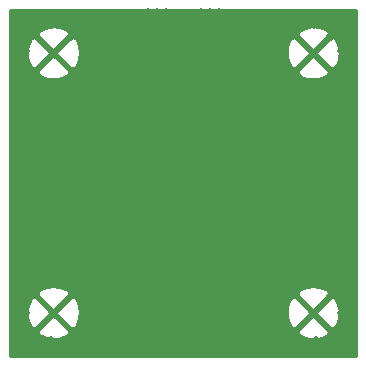
<source format=gbr>
%TF.GenerationSoftware,KiCad,Pcbnew,5.1.7*%
%TF.CreationDate,2020-12-16T02:54:48+00:00*%
%TF.ProjectId,HMC447LC3,484d4334-3437-44c4-9333-2e6b69636164,rev?*%
%TF.SameCoordinates,Original*%
%TF.FileFunction,Copper,L2,Inr*%
%TF.FilePolarity,Positive*%
%FSLAX46Y46*%
G04 Gerber Fmt 4.6, Leading zero omitted, Abs format (unit mm)*
G04 Created by KiCad (PCBNEW 5.1.7) date 2020-12-16 02:54:48*
%MOMM*%
%LPD*%
G01*
G04 APERTURE LIST*
%TA.AperFunction,ViaPad*%
%ADD10C,0.500000*%
%TD*%
%TA.AperFunction,Conductor*%
%ADD11C,0.254000*%
%TD*%
%TA.AperFunction,Conductor*%
%ADD12C,0.100000*%
%TD*%
G04 APERTURE END LIST*
D10*
%TO.N,GND*%
X149550000Y-93050000D03*
X149550000Y-93950000D03*
X150450000Y-93950000D03*
X150000000Y-93500000D03*
X150450000Y-93050000D03*
X152250000Y-84250000D03*
X151600000Y-95450000D03*
X151000000Y-95700000D03*
X150350000Y-95700000D03*
X149700000Y-95700000D03*
X149050000Y-95700000D03*
X135500000Y-95250000D03*
X136250000Y-95250000D03*
X137000000Y-95250000D03*
X137750000Y-95250000D03*
X138500000Y-95250000D03*
X139250000Y-95250000D03*
X140000000Y-95250000D03*
X140750000Y-95250000D03*
X164500000Y-95250000D03*
X163750000Y-95250000D03*
X163000000Y-95250000D03*
X162250000Y-95250000D03*
X161500000Y-95250000D03*
X160750000Y-95250000D03*
X160000000Y-95250000D03*
X159250000Y-95250000D03*
X152600000Y-95950000D03*
X135500000Y-96000000D03*
X135500000Y-96750000D03*
X135500000Y-92150000D03*
X135500000Y-91500000D03*
X135500000Y-90750000D03*
X136250000Y-90750000D03*
X137000000Y-90750000D03*
X136250000Y-92150000D03*
X137000000Y-92150000D03*
X137750000Y-92150000D03*
X138500000Y-92150000D03*
X139250000Y-92150000D03*
X140000000Y-92150000D03*
X140750000Y-92300000D03*
X159250000Y-92250000D03*
X160000000Y-92250000D03*
X160750000Y-92250000D03*
X161500000Y-92250000D03*
X162250000Y-92250000D03*
X163000000Y-92250000D03*
X163750000Y-92250000D03*
X164500000Y-92250000D03*
X164500000Y-91500000D03*
X164500000Y-90750000D03*
X163750000Y-90750000D03*
X163000000Y-90750000D03*
X162250000Y-90750000D03*
X161500000Y-90750000D03*
X160750000Y-90750000D03*
X160000000Y-90750000D03*
X164500000Y-96000000D03*
X164500000Y-96750000D03*
X163750000Y-96750000D03*
X163000000Y-96750000D03*
X162250000Y-96750000D03*
X161500000Y-96750000D03*
X160750000Y-96750000D03*
X160000000Y-96750000D03*
X137750000Y-90750000D03*
X138500000Y-90750000D03*
X139250000Y-90750000D03*
X140000000Y-90750000D03*
X136250000Y-96750000D03*
X137000000Y-96750000D03*
X137750000Y-96750000D03*
X138500000Y-96750000D03*
X139250000Y-96750000D03*
X140000000Y-96750000D03*
X164250000Y-86966537D03*
X164250000Y-85933075D03*
X164250000Y-84899612D03*
X164250000Y-83866150D03*
X164250000Y-82832687D03*
X164250000Y-81799225D03*
X164250000Y-80765763D03*
X164005091Y-79819967D03*
X162984236Y-79750000D03*
X161950774Y-79750000D03*
X160917312Y-79750000D03*
X159883849Y-79750000D03*
X158850387Y-79750000D03*
X157816924Y-79750000D03*
X156783462Y-79750000D03*
X164250000Y-88000000D03*
X155750000Y-79750000D03*
X156821428Y-80750000D03*
X157892857Y-80750000D03*
X158964285Y-80750000D03*
X160035714Y-80750000D03*
X161107142Y-80750000D03*
X162178571Y-80750000D03*
X163250000Y-81785714D03*
X163250000Y-82821428D03*
X163250000Y-83857142D03*
X163250000Y-84892857D03*
X163250000Y-85928571D03*
X163250000Y-86964285D03*
X155750000Y-80750000D03*
X163250000Y-80750000D03*
X163250000Y-88000000D03*
X136750000Y-86964285D03*
X136750000Y-85928571D03*
X136750000Y-84892857D03*
X136750000Y-83857142D03*
X136750000Y-82821428D03*
X136750000Y-81785714D03*
X137821428Y-80750000D03*
X138892857Y-80750000D03*
X139964285Y-80750000D03*
X141035714Y-80750000D03*
X142107142Y-80750000D03*
X143178571Y-80750000D03*
X136750000Y-88000000D03*
X136750000Y-80750000D03*
X144250000Y-80750000D03*
X143216537Y-79750000D03*
X142183075Y-79750000D03*
X141149612Y-79750000D03*
X140116150Y-79750000D03*
X139082687Y-79750000D03*
X138049225Y-79750000D03*
X137015763Y-79750000D03*
X135994908Y-79819967D03*
X135750000Y-80765763D03*
X135750000Y-81799225D03*
X135750000Y-82832687D03*
X135750000Y-83866150D03*
X135750000Y-84899612D03*
X135750000Y-85933075D03*
X135750000Y-86966537D03*
X144250000Y-79750000D03*
X135750000Y-88000000D03*
X135750000Y-100512684D03*
X135750000Y-101525368D03*
X135750000Y-102538053D03*
X135750000Y-103550737D03*
X135750000Y-104563421D03*
X135750000Y-105576106D03*
X135750000Y-106588790D03*
X135750000Y-107601475D03*
X136328760Y-108250000D03*
X137341445Y-108250000D03*
X138354129Y-108250000D03*
X139366814Y-108250000D03*
X140379498Y-108250000D03*
X141392182Y-108250000D03*
X142404867Y-108250000D03*
X143417551Y-108250000D03*
X144430235Y-108250000D03*
X145442920Y-108250000D03*
X146455604Y-108250000D03*
X147468289Y-108250000D03*
X148480973Y-108250000D03*
X149493657Y-108250000D03*
X150506342Y-108250000D03*
X151519026Y-108250000D03*
X152531710Y-108250000D03*
X153544395Y-108250000D03*
X154557079Y-108250000D03*
X155569764Y-108250000D03*
X156582448Y-108250000D03*
X157595132Y-108250000D03*
X158607817Y-108250000D03*
X159620501Y-108250000D03*
X160633185Y-108250000D03*
X161645870Y-108250000D03*
X162658554Y-108250000D03*
X163671239Y-108250000D03*
X164250000Y-107601475D03*
X164250000Y-106588790D03*
X164250000Y-105576106D03*
X164250000Y-104563421D03*
X164250000Y-103550737D03*
X164250000Y-102538053D03*
X164250000Y-101525368D03*
X164250000Y-100512684D03*
X135750000Y-99500000D03*
X164250000Y-99500000D03*
X163250000Y-100607142D03*
X163250000Y-101714285D03*
X163250000Y-102821428D03*
X163250000Y-103928571D03*
X163250000Y-105035714D03*
X163250000Y-106142857D03*
X162230769Y-107250000D03*
X161211538Y-107250000D03*
X160192307Y-107250000D03*
X159173076Y-107250000D03*
X158153846Y-107250000D03*
X157134615Y-107250000D03*
X156115384Y-107250000D03*
X155096153Y-107250000D03*
X154076923Y-107250000D03*
X153057692Y-107250000D03*
X152038461Y-107250000D03*
X151019230Y-107250000D03*
X150000000Y-107250000D03*
X148980769Y-107250000D03*
X147961538Y-107250000D03*
X146942307Y-107250000D03*
X145923076Y-107250000D03*
X144903846Y-107250000D03*
X143884615Y-107250000D03*
X142865384Y-107250000D03*
X141846153Y-107250000D03*
X140826923Y-107250000D03*
X139807692Y-107250000D03*
X138788461Y-107250000D03*
X137769230Y-107250000D03*
X136750000Y-106142857D03*
X136750000Y-105035714D03*
X136750000Y-103928571D03*
X136750000Y-102821428D03*
X136750000Y-101714285D03*
X136750000Y-100607142D03*
X163250000Y-99500000D03*
X163250000Y-107250000D03*
X136750000Y-107250000D03*
X136750000Y-99500000D03*
X144250000Y-81750000D03*
X144250000Y-82750000D03*
X144250000Y-83750000D03*
X144250000Y-84750000D03*
X145250000Y-84750000D03*
X146250000Y-84500000D03*
X147000000Y-84000000D03*
X147000000Y-83250000D03*
X147000000Y-82500000D03*
X147000000Y-81750000D03*
X147000000Y-81000000D03*
X147000000Y-80250000D03*
X147000000Y-79500000D03*
X147750000Y-79500000D03*
X148500000Y-79500000D03*
X148500000Y-80250000D03*
X148500000Y-81000000D03*
X148500000Y-81750000D03*
X148500000Y-82500000D03*
X148500000Y-83250000D03*
X148500000Y-84000000D03*
X147750000Y-84250000D03*
X155750000Y-81750000D03*
X155750000Y-82750000D03*
X155750000Y-83750000D03*
X153000000Y-84000000D03*
X153000000Y-83250000D03*
X153000000Y-82500000D03*
X153000000Y-81750000D03*
X153000000Y-81000000D03*
X153000000Y-80250000D03*
X153000000Y-79500000D03*
X152250000Y-79500000D03*
X151500000Y-79500000D03*
X151500000Y-80250000D03*
X151500000Y-81000000D03*
X151500000Y-81750000D03*
X151500000Y-82500000D03*
X151500000Y-83250000D03*
X151500000Y-84000000D03*
X138404999Y-85654999D03*
X138404999Y-99654999D03*
X139804999Y-87754999D03*
X140504999Y-101054999D03*
X141204999Y-98254999D03*
X141204999Y-103854999D03*
X141904999Y-85654999D03*
X141904999Y-89154999D03*
X142604999Y-82154999D03*
X142604999Y-105954999D03*
X143304999Y-96854999D03*
X143304999Y-100354999D03*
X144004999Y-103154999D03*
X145404999Y-98254999D03*
X145404999Y-105254999D03*
X146104999Y-101054999D03*
X147504999Y-103154999D03*
X148204999Y-98954999D03*
X148204999Y-105954999D03*
X149604999Y-101054999D03*
X150304999Y-103854999D03*
X151004999Y-98254999D03*
X151704999Y-105954999D03*
X152404999Y-100354999D03*
X153104999Y-96854999D03*
X153104999Y-103154999D03*
X154504999Y-98954999D03*
X154504999Y-105254999D03*
X155204999Y-101754999D03*
X156604999Y-96854999D03*
X156604999Y-103854999D03*
X157304999Y-82154999D03*
X157304999Y-99654999D03*
X158004999Y-105954999D03*
X158704999Y-84254999D03*
X158704999Y-101754999D03*
X160104999Y-86354999D03*
X160804999Y-99654999D03*
X144250000Y-87000000D03*
X144000000Y-90500000D03*
X146250000Y-88500000D03*
X158200000Y-89600000D03*
X162000000Y-101800000D03*
X141200000Y-92650000D03*
X141900000Y-92650000D03*
X142600000Y-92700000D03*
X143300000Y-92850000D03*
X144000000Y-92850000D03*
X144700000Y-92850000D03*
X145400000Y-92850000D03*
X146100000Y-92850000D03*
X141200000Y-94850000D03*
X141900000Y-94850000D03*
X142600000Y-94800000D03*
X143300000Y-94650000D03*
X144000000Y-94650000D03*
X144700000Y-94650000D03*
X145400000Y-94650000D03*
X146100000Y-94650000D03*
X146800000Y-94650000D03*
X147500000Y-94650000D03*
X148000000Y-95000000D03*
X158800000Y-92650000D03*
X158100000Y-92650000D03*
X157400000Y-92700000D03*
X156700000Y-92850000D03*
X156000000Y-92850000D03*
X155300000Y-92850000D03*
X154600000Y-92850000D03*
X153875000Y-92850000D03*
X153175000Y-92850000D03*
X152500000Y-92850000D03*
X148450000Y-95450000D03*
X158800000Y-94850000D03*
X158100000Y-94850000D03*
X157400000Y-94800000D03*
X156700000Y-94650000D03*
X156000000Y-94650000D03*
X155300000Y-94650000D03*
X154600000Y-94650000D03*
X153900000Y-94650000D03*
X153200000Y-94650000D03*
X152500000Y-94650000D03*
X152000000Y-95000000D03*
X156400000Y-91800000D03*
X147500000Y-92850000D03*
X146800000Y-92850000D03*
X146000000Y-91750000D03*
X157400000Y-86850000D03*
X162400000Y-87700000D03*
X159200000Y-87800000D03*
X153750000Y-84500000D03*
X155750000Y-84750000D03*
X154750000Y-84750000D03*
X149000000Y-84750000D03*
X148750000Y-85500000D03*
X148750000Y-86250000D03*
X149000000Y-87000000D03*
X149000000Y-87750000D03*
X149000000Y-88500000D03*
X149000000Y-89250000D03*
X149000000Y-90000000D03*
X149000000Y-90750000D03*
X148750000Y-91500000D03*
X148250000Y-92000000D03*
X151250000Y-91500000D03*
X151750000Y-92000000D03*
X151750000Y-91000000D03*
X151750000Y-90250000D03*
X152500000Y-90250000D03*
X152500000Y-89500000D03*
X152500000Y-88750000D03*
X152500000Y-88000000D03*
X153000000Y-87500000D03*
X154000000Y-86750000D03*
X154000000Y-86000000D03*
X154000000Y-85250000D03*
X151000000Y-87500000D03*
X151500000Y-88000000D03*
X152000000Y-87500000D03*
X156250000Y-88500000D03*
X155000000Y-90250000D03*
X154500000Y-87250000D03*
X156000000Y-86000000D03*
X146500000Y-85500000D03*
X148000000Y-90250000D03*
X147000000Y-96850000D03*
X153750000Y-87500000D03*
%TD*%
D11*
%TO.N,GND*%
X164648000Y-108648000D02*
X135352000Y-108648000D01*
X135352000Y-106562845D01*
X137616761Y-106562845D01*
X137784802Y-106888643D01*
X138176607Y-107089426D01*
X138600055Y-107209914D01*
X139038873Y-107245476D01*
X139476197Y-107194746D01*
X139895221Y-107059674D01*
X140215198Y-106888643D01*
X140383239Y-106562845D01*
X159616761Y-106562845D01*
X159784802Y-106888643D01*
X160176607Y-107089426D01*
X160600055Y-107209914D01*
X161038873Y-107245476D01*
X161476197Y-107194746D01*
X161895221Y-107059674D01*
X162215198Y-106888643D01*
X162383239Y-106562845D01*
X161000000Y-105179605D01*
X159616761Y-106562845D01*
X140383239Y-106562845D01*
X139000000Y-105179605D01*
X137616761Y-106562845D01*
X135352000Y-106562845D01*
X135352000Y-105038873D01*
X136754524Y-105038873D01*
X136805254Y-105476197D01*
X136940326Y-105895221D01*
X137111357Y-106215198D01*
X137437155Y-106383239D01*
X138820395Y-105000000D01*
X139179605Y-105000000D01*
X140562845Y-106383239D01*
X140888643Y-106215198D01*
X141089426Y-105823393D01*
X141209914Y-105399945D01*
X141239175Y-105038873D01*
X158754524Y-105038873D01*
X158805254Y-105476197D01*
X158940326Y-105895221D01*
X159111357Y-106215198D01*
X159437155Y-106383239D01*
X160820395Y-105000000D01*
X161179605Y-105000000D01*
X162562845Y-106383239D01*
X162888643Y-106215198D01*
X163089426Y-105823393D01*
X163209914Y-105399945D01*
X163245476Y-104961127D01*
X163194746Y-104523803D01*
X163059674Y-104104779D01*
X162888643Y-103784802D01*
X162562845Y-103616761D01*
X161179605Y-105000000D01*
X160820395Y-105000000D01*
X159437155Y-103616761D01*
X159111357Y-103784802D01*
X158910574Y-104176607D01*
X158790086Y-104600055D01*
X158754524Y-105038873D01*
X141239175Y-105038873D01*
X141245476Y-104961127D01*
X141194746Y-104523803D01*
X141059674Y-104104779D01*
X140888643Y-103784802D01*
X140562845Y-103616761D01*
X139179605Y-105000000D01*
X138820395Y-105000000D01*
X137437155Y-103616761D01*
X137111357Y-103784802D01*
X136910574Y-104176607D01*
X136790086Y-104600055D01*
X136754524Y-105038873D01*
X135352000Y-105038873D01*
X135352000Y-103437155D01*
X137616761Y-103437155D01*
X139000000Y-104820395D01*
X140383239Y-103437155D01*
X159616761Y-103437155D01*
X161000000Y-104820395D01*
X162383239Y-103437155D01*
X162215198Y-103111357D01*
X161823393Y-102910574D01*
X161399945Y-102790086D01*
X160961127Y-102754524D01*
X160523803Y-102805254D01*
X160104779Y-102940326D01*
X159784802Y-103111357D01*
X159616761Y-103437155D01*
X140383239Y-103437155D01*
X140215198Y-103111357D01*
X139823393Y-102910574D01*
X139399945Y-102790086D01*
X138961127Y-102754524D01*
X138523803Y-102805254D01*
X138104779Y-102940326D01*
X137784802Y-103111357D01*
X137616761Y-103437155D01*
X135352000Y-103437155D01*
X135352000Y-84562845D01*
X137616761Y-84562845D01*
X137784802Y-84888643D01*
X138176607Y-85089426D01*
X138600055Y-85209914D01*
X139038873Y-85245476D01*
X139476197Y-85194746D01*
X139895221Y-85059674D01*
X140215198Y-84888643D01*
X140383239Y-84562845D01*
X159616761Y-84562845D01*
X159784802Y-84888643D01*
X160176607Y-85089426D01*
X160600055Y-85209914D01*
X161038873Y-85245476D01*
X161476197Y-85194746D01*
X161895221Y-85059674D01*
X162215198Y-84888643D01*
X162383239Y-84562845D01*
X161000000Y-83179605D01*
X159616761Y-84562845D01*
X140383239Y-84562845D01*
X139000000Y-83179605D01*
X137616761Y-84562845D01*
X135352000Y-84562845D01*
X135352000Y-83038873D01*
X136754524Y-83038873D01*
X136805254Y-83476197D01*
X136940326Y-83895221D01*
X137111357Y-84215198D01*
X137437155Y-84383239D01*
X138820395Y-83000000D01*
X139179605Y-83000000D01*
X140562845Y-84383239D01*
X140888643Y-84215198D01*
X141089426Y-83823393D01*
X141209914Y-83399945D01*
X141239175Y-83038873D01*
X158754524Y-83038873D01*
X158805254Y-83476197D01*
X158940326Y-83895221D01*
X159111357Y-84215198D01*
X159437155Y-84383239D01*
X160820395Y-83000000D01*
X161179605Y-83000000D01*
X162562845Y-84383239D01*
X162888643Y-84215198D01*
X163089426Y-83823393D01*
X163209914Y-83399945D01*
X163245476Y-82961127D01*
X163194746Y-82523803D01*
X163059674Y-82104779D01*
X162888643Y-81784802D01*
X162562845Y-81616761D01*
X161179605Y-83000000D01*
X160820395Y-83000000D01*
X159437155Y-81616761D01*
X159111357Y-81784802D01*
X158910574Y-82176607D01*
X158790086Y-82600055D01*
X158754524Y-83038873D01*
X141239175Y-83038873D01*
X141245476Y-82961127D01*
X141194746Y-82523803D01*
X141059674Y-82104779D01*
X140888643Y-81784802D01*
X140562845Y-81616761D01*
X139179605Y-83000000D01*
X138820395Y-83000000D01*
X137437155Y-81616761D01*
X137111357Y-81784802D01*
X136910574Y-82176607D01*
X136790086Y-82600055D01*
X136754524Y-83038873D01*
X135352000Y-83038873D01*
X135352000Y-81437155D01*
X137616761Y-81437155D01*
X139000000Y-82820395D01*
X140383239Y-81437155D01*
X159616761Y-81437155D01*
X161000000Y-82820395D01*
X162383239Y-81437155D01*
X162215198Y-81111357D01*
X161823393Y-80910574D01*
X161399945Y-80790086D01*
X160961127Y-80754524D01*
X160523803Y-80805254D01*
X160104779Y-80940326D01*
X159784802Y-81111357D01*
X159616761Y-81437155D01*
X140383239Y-81437155D01*
X140215198Y-81111357D01*
X139823393Y-80910574D01*
X139399945Y-80790086D01*
X138961127Y-80754524D01*
X138523803Y-80805254D01*
X138104779Y-80940326D01*
X137784802Y-81111357D01*
X137616761Y-81437155D01*
X135352000Y-81437155D01*
X135352000Y-79352000D01*
X164648001Y-79352000D01*
X164648000Y-108648000D01*
%TA.AperFunction,Conductor*%
D12*
G36*
X164648000Y-108648000D02*
G01*
X135352000Y-108648000D01*
X135352000Y-106562845D01*
X137616761Y-106562845D01*
X137784802Y-106888643D01*
X138176607Y-107089426D01*
X138600055Y-107209914D01*
X139038873Y-107245476D01*
X139476197Y-107194746D01*
X139895221Y-107059674D01*
X140215198Y-106888643D01*
X140383239Y-106562845D01*
X159616761Y-106562845D01*
X159784802Y-106888643D01*
X160176607Y-107089426D01*
X160600055Y-107209914D01*
X161038873Y-107245476D01*
X161476197Y-107194746D01*
X161895221Y-107059674D01*
X162215198Y-106888643D01*
X162383239Y-106562845D01*
X161000000Y-105179605D01*
X159616761Y-106562845D01*
X140383239Y-106562845D01*
X139000000Y-105179605D01*
X137616761Y-106562845D01*
X135352000Y-106562845D01*
X135352000Y-105038873D01*
X136754524Y-105038873D01*
X136805254Y-105476197D01*
X136940326Y-105895221D01*
X137111357Y-106215198D01*
X137437155Y-106383239D01*
X138820395Y-105000000D01*
X139179605Y-105000000D01*
X140562845Y-106383239D01*
X140888643Y-106215198D01*
X141089426Y-105823393D01*
X141209914Y-105399945D01*
X141239175Y-105038873D01*
X158754524Y-105038873D01*
X158805254Y-105476197D01*
X158940326Y-105895221D01*
X159111357Y-106215198D01*
X159437155Y-106383239D01*
X160820395Y-105000000D01*
X161179605Y-105000000D01*
X162562845Y-106383239D01*
X162888643Y-106215198D01*
X163089426Y-105823393D01*
X163209914Y-105399945D01*
X163245476Y-104961127D01*
X163194746Y-104523803D01*
X163059674Y-104104779D01*
X162888643Y-103784802D01*
X162562845Y-103616761D01*
X161179605Y-105000000D01*
X160820395Y-105000000D01*
X159437155Y-103616761D01*
X159111357Y-103784802D01*
X158910574Y-104176607D01*
X158790086Y-104600055D01*
X158754524Y-105038873D01*
X141239175Y-105038873D01*
X141245476Y-104961127D01*
X141194746Y-104523803D01*
X141059674Y-104104779D01*
X140888643Y-103784802D01*
X140562845Y-103616761D01*
X139179605Y-105000000D01*
X138820395Y-105000000D01*
X137437155Y-103616761D01*
X137111357Y-103784802D01*
X136910574Y-104176607D01*
X136790086Y-104600055D01*
X136754524Y-105038873D01*
X135352000Y-105038873D01*
X135352000Y-103437155D01*
X137616761Y-103437155D01*
X139000000Y-104820395D01*
X140383239Y-103437155D01*
X159616761Y-103437155D01*
X161000000Y-104820395D01*
X162383239Y-103437155D01*
X162215198Y-103111357D01*
X161823393Y-102910574D01*
X161399945Y-102790086D01*
X160961127Y-102754524D01*
X160523803Y-102805254D01*
X160104779Y-102940326D01*
X159784802Y-103111357D01*
X159616761Y-103437155D01*
X140383239Y-103437155D01*
X140215198Y-103111357D01*
X139823393Y-102910574D01*
X139399945Y-102790086D01*
X138961127Y-102754524D01*
X138523803Y-102805254D01*
X138104779Y-102940326D01*
X137784802Y-103111357D01*
X137616761Y-103437155D01*
X135352000Y-103437155D01*
X135352000Y-84562845D01*
X137616761Y-84562845D01*
X137784802Y-84888643D01*
X138176607Y-85089426D01*
X138600055Y-85209914D01*
X139038873Y-85245476D01*
X139476197Y-85194746D01*
X139895221Y-85059674D01*
X140215198Y-84888643D01*
X140383239Y-84562845D01*
X159616761Y-84562845D01*
X159784802Y-84888643D01*
X160176607Y-85089426D01*
X160600055Y-85209914D01*
X161038873Y-85245476D01*
X161476197Y-85194746D01*
X161895221Y-85059674D01*
X162215198Y-84888643D01*
X162383239Y-84562845D01*
X161000000Y-83179605D01*
X159616761Y-84562845D01*
X140383239Y-84562845D01*
X139000000Y-83179605D01*
X137616761Y-84562845D01*
X135352000Y-84562845D01*
X135352000Y-83038873D01*
X136754524Y-83038873D01*
X136805254Y-83476197D01*
X136940326Y-83895221D01*
X137111357Y-84215198D01*
X137437155Y-84383239D01*
X138820395Y-83000000D01*
X139179605Y-83000000D01*
X140562845Y-84383239D01*
X140888643Y-84215198D01*
X141089426Y-83823393D01*
X141209914Y-83399945D01*
X141239175Y-83038873D01*
X158754524Y-83038873D01*
X158805254Y-83476197D01*
X158940326Y-83895221D01*
X159111357Y-84215198D01*
X159437155Y-84383239D01*
X160820395Y-83000000D01*
X161179605Y-83000000D01*
X162562845Y-84383239D01*
X162888643Y-84215198D01*
X163089426Y-83823393D01*
X163209914Y-83399945D01*
X163245476Y-82961127D01*
X163194746Y-82523803D01*
X163059674Y-82104779D01*
X162888643Y-81784802D01*
X162562845Y-81616761D01*
X161179605Y-83000000D01*
X160820395Y-83000000D01*
X159437155Y-81616761D01*
X159111357Y-81784802D01*
X158910574Y-82176607D01*
X158790086Y-82600055D01*
X158754524Y-83038873D01*
X141239175Y-83038873D01*
X141245476Y-82961127D01*
X141194746Y-82523803D01*
X141059674Y-82104779D01*
X140888643Y-81784802D01*
X140562845Y-81616761D01*
X139179605Y-83000000D01*
X138820395Y-83000000D01*
X137437155Y-81616761D01*
X137111357Y-81784802D01*
X136910574Y-82176607D01*
X136790086Y-82600055D01*
X136754524Y-83038873D01*
X135352000Y-83038873D01*
X135352000Y-81437155D01*
X137616761Y-81437155D01*
X139000000Y-82820395D01*
X140383239Y-81437155D01*
X159616761Y-81437155D01*
X161000000Y-82820395D01*
X162383239Y-81437155D01*
X162215198Y-81111357D01*
X161823393Y-80910574D01*
X161399945Y-80790086D01*
X160961127Y-80754524D01*
X160523803Y-80805254D01*
X160104779Y-80940326D01*
X159784802Y-81111357D01*
X159616761Y-81437155D01*
X140383239Y-81437155D01*
X140215198Y-81111357D01*
X139823393Y-80910574D01*
X139399945Y-80790086D01*
X138961127Y-80754524D01*
X138523803Y-80805254D01*
X138104779Y-80940326D01*
X137784802Y-81111357D01*
X137616761Y-81437155D01*
X135352000Y-81437155D01*
X135352000Y-79352000D01*
X164648001Y-79352000D01*
X164648000Y-108648000D01*
G37*
%TD.AperFunction*%
%TD*%
M02*

</source>
